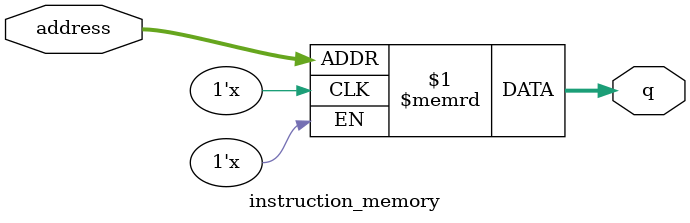
<source format=sv>
module instruction_memory#(parameter WORDSIZE=32, NWORDS=128 )(
	input logic [6:0] address,
	output logic [31:0] q
	);
	
	logic[WORDSIZE-1:0] mem[NWORDS-1:0];

	
	assign q = mem[address];
	
endmodule
</source>
